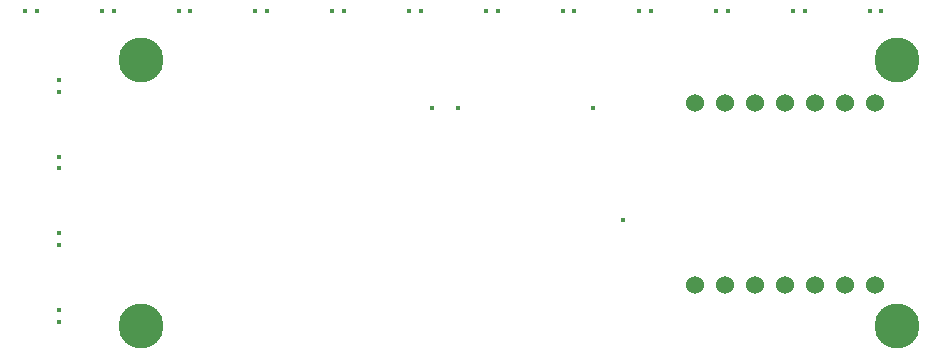
<source format=gbr>
%TF.GenerationSoftware,KiCad,Pcbnew,8.0.1*%
%TF.CreationDate,2025-01-13T07:12:32-05:00*%
%TF.ProjectId,glove-v3,676c6f76-652d-4763-932e-6b696361645f,rev?*%
%TF.SameCoordinates,Original*%
%TF.FileFunction,Copper,L4,Bot*%
%TF.FilePolarity,Positive*%
%FSLAX46Y46*%
G04 Gerber Fmt 4.6, Leading zero omitted, Abs format (unit mm)*
G04 Created by KiCad (PCBNEW 8.0.1) date 2025-01-13 07:12:32*
%MOMM*%
%LPD*%
G01*
G04 APERTURE LIST*
%TA.AperFunction,ComponentPad*%
%ADD10C,3.800000*%
%TD*%
%TA.AperFunction,ComponentPad*%
%ADD11C,1.524000*%
%TD*%
%TA.AperFunction,ViaPad*%
%ADD12C,0.450000*%
%TD*%
G04 APERTURE END LIST*
D10*
%TO.P,REF\u002A\u002A,1*%
%TO.N,N/C*%
X114050000Y-34550000D03*
%TD*%
D11*
%TO.P,U1,1,PA02_A0_D0*%
%TO.N,unconnected-(U1-PA02_A0_D0-Pad1)*%
X176150000Y-38150000D03*
%TO.P,U1,2,PA4_A1_D1*%
%TO.N,unconnected-(U1-PA4_A1_D1-Pad2)*%
X173610000Y-38150000D03*
%TO.P,U1,3,PA10_A2_D2*%
%TO.N,/MUX_OUT*%
X171070000Y-38150000D03*
%TO.P,U1,4,PA11_A3_D3*%
%TO.N,unconnected-(U1-PA11_A3_D3-Pad4)*%
X168530000Y-38150000D03*
%TO.P,U1,5,PA8_A4_D4_SDA*%
%TO.N,/S2*%
X165990000Y-38150000D03*
%TO.P,U1,6,PA9_A5_D5_SCL*%
%TO.N,/S3*%
X163450000Y-38150000D03*
%TO.P,U1,7,PB08_A6_D6_TX*%
%TO.N,unconnected-(U1-PB08_A6_D6_TX-Pad7)*%
X160910000Y-38150000D03*
%TO.P,U1,8,PB09_A7_D7_RX*%
%TO.N,unconnected-(U1-PB09_A7_D7_RX-Pad8)*%
X160910000Y-53542400D03*
%TO.P,U1,9,PA7_A8_D8_SCK*%
%TO.N,Net-(U1-PA7_A8_D8_SCK)*%
X163450000Y-53542400D03*
%TO.P,U1,10,PA5_A9_D9_MISO*%
%TO.N,/S1*%
X165990000Y-53542400D03*
%TO.P,U1,11,PA6_A10_D10_MOSI*%
%TO.N,/S0*%
X168530000Y-53542400D03*
%TO.P,U1,12,3V3*%
%TO.N,+3V3*%
X171070000Y-53542400D03*
%TO.P,U1,13,GND*%
%TO.N,GND*%
X173610000Y-53542400D03*
%TO.P,U1,14,5V*%
%TO.N,unconnected-(U1-5V-Pad14)*%
X176150000Y-53542400D03*
%TD*%
D10*
%TO.P,REF\u002A\u002A,1*%
%TO.N,N/C*%
X114050000Y-57050000D03*
%TD*%
%TO.P,REF\u002A\u002A,1*%
%TO.N,N/C*%
X178050000Y-57050000D03*
%TD*%
%TO.P,REF\u002A\u002A,1*%
%TO.N,N/C*%
X178050000Y-34550000D03*
%TD*%
D12*
%TO.N,GND*%
X138650000Y-38550000D03*
X152240000Y-38560000D03*
X154790000Y-48040000D03*
%TO.N,+3V3*%
X140810000Y-38560000D03*
X175700000Y-30380000D03*
X169200000Y-30380000D03*
X162700000Y-30380000D03*
X156200000Y-30380000D03*
X149700000Y-30380000D03*
X143200000Y-30380000D03*
X136700000Y-30380000D03*
X130200000Y-30380000D03*
X123700000Y-30380000D03*
X117200000Y-30380000D03*
X110700000Y-30380000D03*
X104200000Y-30380000D03*
X107040000Y-37200000D03*
X107040000Y-43700000D03*
X107040000Y-50200000D03*
X107052500Y-56700000D03*
%TO.N,GND*%
X107052500Y-55700000D03*
X107040000Y-49200000D03*
X107040000Y-42700000D03*
X107040000Y-36200000D03*
X105200000Y-30380000D03*
X111700000Y-30380000D03*
X118200000Y-30380000D03*
X124700000Y-30380000D03*
X131200000Y-30380000D03*
X137700000Y-30380000D03*
X144200000Y-30380000D03*
X150700000Y-30380000D03*
X157200000Y-30380000D03*
X163700000Y-30380000D03*
X170200000Y-30380000D03*
X176700000Y-30380000D03*
%TD*%
M02*

</source>
